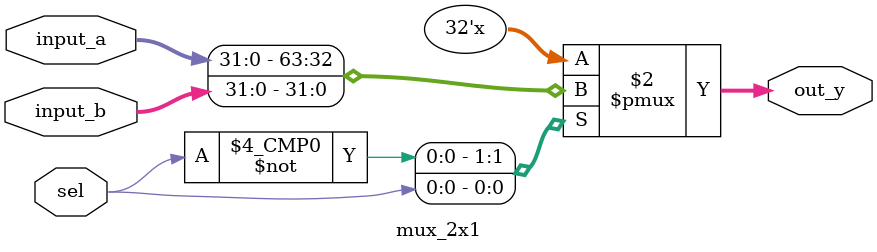
<source format=sv>
module mux_2x1(
	input sel,
	input [31:0] input_a, input_b,
	output logic [31:0] out_y
);
	always_comb
	begin
		case(sel)
		1'd0: out_y = input_a;
		1'd1: out_y = input_b;
		default: out_y = input_a;
		endcase
	end
endmodule
</source>
